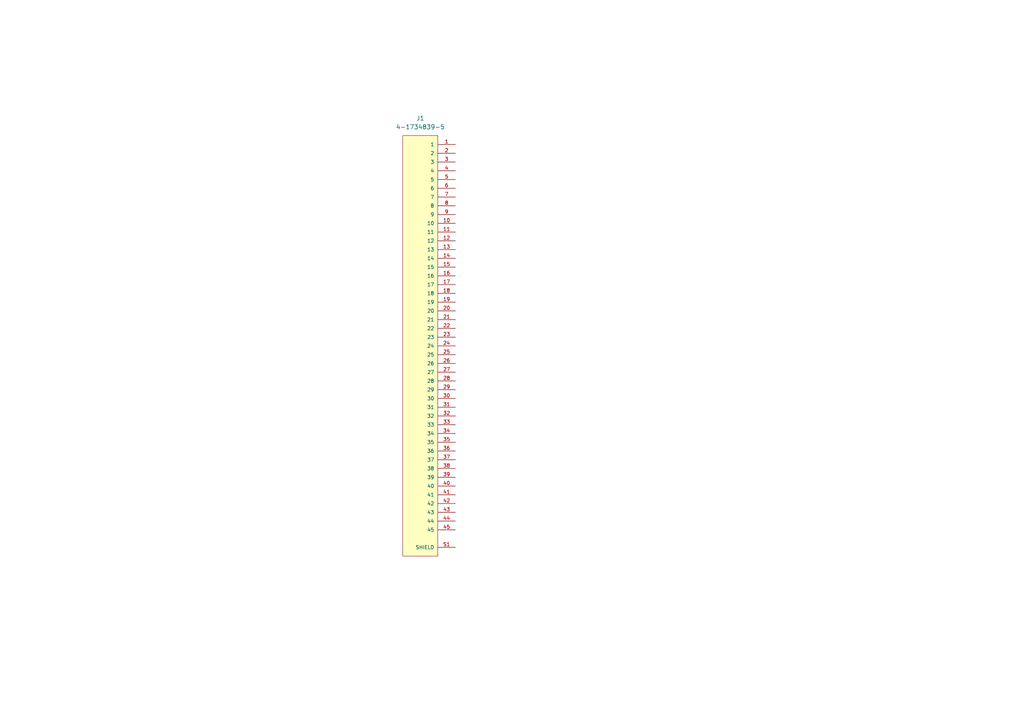
<source format=kicad_sch>
(kicad_sch (version 20250114) (generator "eeschema") (generator_version "9.0")
  (paper "A4")
  (lib_symbols
    (symbol "FPC-CON-45PIN-0.5MM:4-1734839-5" (pin_names (offset 1.016))
      (property "Reference" "J" (at -5.0888 59.0256 0))
      (property "Value" "4-1734839-5" (at -5.3569 -66.0466 0))
      (symbol "4-1734839-5_0_0"
        (rectangle (start -5.08 -63.5) (end 5.08 58.42) (stroke (width 0.127)) (fill (type background)))
        (pin passive line (at 10.16 55.88 180) (length 5.08) (name "1") (number "1"))
        (pin passive line (at 10.16 53.34 180) (length 5.08) (name "2") (number "2"))
        (pin passive line (at 10.16 50.8 180) (length 5.08) (name "3") (number "3"))
        (pin passive line (at 10.16 48.26 180) (length 5.08) (name "4") (number "4"))
        (pin passive line (at 10.16 45.72 180) (length 5.08) (name "5") (number "5"))
        (pin passive line (at 10.16 43.18 180) (length 5.08) (name "6") (number "6"))
        (pin passive line (at 10.16 40.64 180) (length 5.08) (name "7") (number "7"))
        (pin passive line (at 10.16 38.1 180) (length 5.08) (name "8") (number "8"))
        (pin passive line (at 10.16 35.56 180) (length 5.08) (name "9") (number "9"))
        (pin passive line (at 10.16 33.02 180) (length 5.08) (name "10") (number "10"))
        (pin passive line (at 10.16 30.48 180) (length 5.08) (name "11") (number "11"))
        (pin passive line (at 10.16 27.94 180) (length 5.08) (name "12") (number "12"))
        (pin passive line (at 10.16 25.4 180) (length 5.08) (name "13") (number "13"))
        (pin passive line (at 10.16 22.86 180) (length 5.08) (name "14") (number "14"))
        (pin passive line (at 10.16 20.32 180) (length 5.08) (name "15") (number "15"))
        (pin passive line (at 10.16 17.78 180) (length 5.08) (name "16") (number "16"))
        (pin passive line (at 10.16 15.24 180) (length 5.08) (name "17") (number "17"))
        (pin passive line (at 10.16 12.7 180) (length 5.08) (name "18") (number "18"))
        (pin passive line (at 10.16 10.16 180) (length 5.08) (name "19") (number "19"))
        (pin passive line (at 10.16 7.62 180) (length 5.08) (name "20") (number "20"))
        (pin passive line (at 10.16 5.08 180) (length 5.08) (name "21") (number "21"))
        (pin passive line (at 10.16 2.54 180) (length 5.08) (name "22") (number "22"))
        (pin passive line (at 10.16 0 180) (length 5.08) (name "23") (number "23"))
        (pin passive line (at 10.16 -2.54 180) (length 5.08) (name "24") (number "24"))
        (pin passive line (at 10.16 -5.08 180) (length 5.08) (name "25") (number "25"))
        (pin passive line (at 10.16 -7.62 180) (length 5.08) (name "26") (number "26"))
        (pin passive line (at 10.16 -10.16 180) (length 5.08) (name "27") (number "27"))
        (pin passive line (at 10.16 -12.7 180) (length 5.08) (name "28") (number "28"))
        (pin passive line (at 10.16 -15.24 180) (length 5.08) (name "29") (number "29"))
        (pin passive line (at 10.16 -17.78 180) (length 5.08) (name "30") (number "30"))
        (pin passive line (at 10.16 -20.32 180) (length 5.08) (name "31") (number "31"))
        (pin passive line (at 10.16 -22.86 180) (length 5.08) (name "32") (number "32"))
        (pin passive line (at 10.16 -25.4 180) (length 5.08) (name "33") (number "33"))
        (pin passive line (at 10.16 -27.94 180) (length 5.08) (name "34") (number "34"))
        (pin passive line (at 10.16 -30.48 180) (length 5.08) (name "35") (number "35"))
        (pin passive line (at 10.16 -33.02 180) (length 5.08) (name "36") (number "36"))
        (pin passive line (at 10.16 -35.56 180) (length 5.08) (name "37") (number "37"))
        (pin passive line (at 10.16 -38.1 180) (length 5.08) (name "38") (number "38"))
        (pin passive line (at 10.16 -40.64 180) (length 5.08) (name "39") (number "39"))
        (pin passive line (at 10.16 -43.18 180) (length 5.08) (name "40") (number "40"))
        (pin passive line (at 10.16 -45.72 180) (length 5.08) (name "41") (number "41"))
        (pin passive line (at 10.16 -48.26 180) (length 5.08) (name "42") (number "42"))
        (pin passive line (at 10.16 -50.8 180) (length 5.08) (name "43") (number "43"))
        (pin passive line (at 10.16 -53.34 180) (length 5.08) (name "44") (number "44"))
        (pin passive line (at 10.16 -55.88 180) (length 5.08) (name "45") (number "45"))
        (pin passive line (at 10.16 -60.96 180) (length 5.08) (name "SHIELD") (number "S1"))
        (pin passive line (at 10.16 -60.96 180) (length 5.08) (hide yes) (name "SHIELD") (number "S2"))
      )
    )
  )
  (symbol (lib_id "FPC-CON-45PIN-0.5MM:4-1734839-5") (at 121.92 97.79 0) (unit 1)
    (property "Reference" "J1" (at 121.92 34.29 0))
    (property "Value" "4-1734839-5" (at 121.92 36.83 0))
    (property "Footprint" "Connector-FPC-45-0.5mm:TE_4-1734839-5" (effects (hide yes)))
    (property "Comment" "4-1734839-5" (effects (hide yes)))
    (property "DigiKey_Part_Number" "2266-4-1734839-5TR-ND" (effects (hide yes)))
    (property "MF" "TE Connectivity" (effects (hide yes)))
    (property "Purchase-URL" "https://www.snapeda.com/api/url_track_click_mouser/?unipart_id=2382752&manufacturer=TE Connectivity&part_name=4-1734839-5&search_term=None" (effects (hide yes)))
    (property "Package" "None" (effects (hide yes)))
    (property "Check_prices" "https://www.snapeda.com/parts/4-1734839-5/TE+Connectivity+AMP+Connectors/view-part/?ref=eda" (effects (hide yes)))
    (property "STANDARD" "Manufacturer Recommendations" (effects (hide yes)))
    (property "PARTREV" "C" (effects (hide yes)))
    (property "SnapEDA_Link" "https://www.snapeda.com/parts/4-1734839-5/TE+Connectivity+AMP+Connectors/view-part/?ref=snap" (effects (hide yes)))
    (property "MP" "4-1734839-5" (effects (hide yes)))
    (property "EU_RoHS_Compliance" "Compliant" (effects (hide yes)))
    (property "Description_1" "Conn FPC Connector SKT 45 POS 0.5mm Solder RA SMD T/R" (effects (hide yes)))
    (property "MANUFACTURER" "TE Connectivity" (effects (hide yes)))
  )
)
</source>
